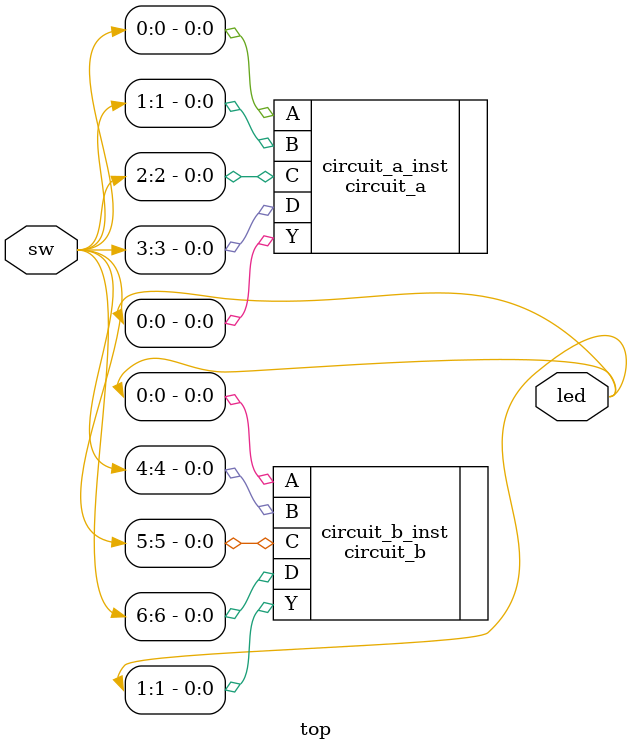
<source format=v>
module top(
    input [6:0] sw,
    output [1:0] led
);
    circuit_a circuit_a_inst(
        .A(sw[0]),
        .B(sw[1]),
        .C(sw[2]),
        .D(sw[3]),
        .Y(led[0])
    );

    circuit_b circuit_b_inst(
        .A(led[0]),
        .B(sw[4]),
        .C(sw[5]),
        .D(sw[6]),
        .Y(led[1])
    );

endmodule
</source>
